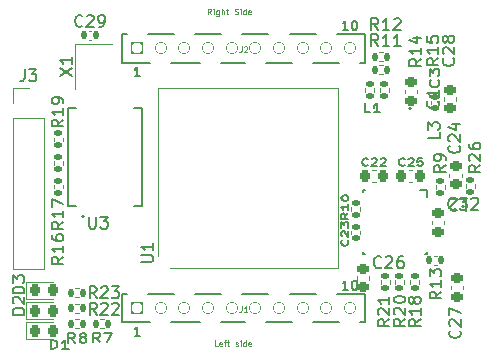
<source format=gto>
%TF.GenerationSoftware,KiCad,Pcbnew,6.0.11+dfsg-1*%
%TF.CreationDate,2026-01-09T13:48:00-05:00*%
%TF.ProjectId,Deck_FPGA,4465636b-5f46-4504-9741-2e6b69636164,rev?*%
%TF.SameCoordinates,Original*%
%TF.FileFunction,Legend,Top*%
%TF.FilePolarity,Positive*%
%FSLAX46Y46*%
G04 Gerber Fmt 4.6, Leading zero omitted, Abs format (unit mm)*
G04 Created by KiCad (PCBNEW 6.0.11+dfsg-1) date 2026-01-09 13:48:00*
%MOMM*%
%LPD*%
G01*
G04 APERTURE LIST*
G04 Aperture macros list*
%AMRoundRect*
0 Rectangle with rounded corners*
0 $1 Rounding radius*
0 $2 $3 $4 $5 $6 $7 $8 $9 X,Y pos of 4 corners*
0 Add a 4 corners polygon primitive as box body*
4,1,4,$2,$3,$4,$5,$6,$7,$8,$9,$2,$3,0*
0 Add four circle primitives for the rounded corners*
1,1,$1+$1,$2,$3*
1,1,$1+$1,$4,$5*
1,1,$1+$1,$6,$7*
1,1,$1+$1,$8,$9*
0 Add four rect primitives between the rounded corners*
20,1,$1+$1,$2,$3,$4,$5,0*
20,1,$1+$1,$4,$5,$6,$7,0*
20,1,$1+$1,$6,$7,$8,$9,0*
20,1,$1+$1,$8,$9,$2,$3,0*%
G04 Aperture macros list end*
%ADD10C,0.150000*%
%ADD11C,0.100000*%
%ADD12C,0.200000*%
%ADD13C,0.120000*%
%ADD14C,0.152400*%
%ADD15R,1.050000X1.050000*%
%ADD16C,1.050000*%
%ADD17RoundRect,0.225000X0.250000X-0.225000X0.250000X0.225000X-0.250000X0.225000X-0.250000X-0.225000X0*%
%ADD18RoundRect,0.135000X0.185000X-0.135000X0.185000X0.135000X-0.185000X0.135000X-0.185000X-0.135000X0*%
%ADD19R,1.803400X1.143000*%
%ADD20RoundRect,0.140000X-0.140000X-0.170000X0.140000X-0.170000X0.140000X0.170000X-0.140000X0.170000X0*%
%ADD21RoundRect,0.135000X0.135000X0.185000X-0.135000X0.185000X-0.135000X-0.185000X0.135000X-0.185000X0*%
%ADD22R,1.100000X1.300000*%
%ADD23RoundRect,0.225000X-0.250000X0.225000X-0.250000X-0.225000X0.250000X-0.225000X0.250000X0.225000X0*%
%ADD24RoundRect,0.225000X-0.225000X-0.250000X0.225000X-0.250000X0.225000X0.250000X-0.225000X0.250000X0*%
%ADD25R,1.700000X1.700000*%
%ADD26O,1.700000X1.700000*%
%ADD27RoundRect,0.218750X-0.218750X-0.256250X0.218750X-0.256250X0.218750X0.256250X-0.218750X0.256250X0*%
%ADD28RoundRect,0.135000X-0.185000X0.135000X-0.185000X-0.135000X0.185000X-0.135000X0.185000X0.135000X0*%
%ADD29RoundRect,0.140000X0.170000X-0.140000X0.170000X0.140000X-0.170000X0.140000X-0.170000X-0.140000X0*%
%ADD30O,0.200000X0.599999*%
%ADD31O,0.599999X0.200000*%
%ADD32R,3.500001X3.500001*%
%ADD33C,0.650000*%
%ADD34C,0.950000*%
%ADD35R,1.000000X1.600000*%
%ADD36RoundRect,0.140000X-0.170000X0.140000X-0.170000X-0.140000X0.170000X-0.140000X0.170000X0.140000X0*%
%ADD37RoundRect,0.135000X-0.135000X-0.185000X0.135000X-0.185000X0.135000X0.185000X-0.135000X0.185000X0*%
%ADD38RoundRect,0.225000X0.225000X0.250000X-0.225000X0.250000X-0.225000X-0.250000X0.225000X-0.250000X0*%
%ADD39R,0.406400X0.863600*%
%ADD40R,4.902200X4.749800*%
%ADD41C,0.500000*%
G04 APERTURE END LIST*
D10*
%TO.C,C1*%
X116427142Y-104466666D02*
X116474761Y-104514285D01*
X116522380Y-104657142D01*
X116522380Y-104752380D01*
X116474761Y-104895238D01*
X116379523Y-104990476D01*
X116284285Y-105038095D01*
X116093809Y-105085714D01*
X115950952Y-105085714D01*
X115760476Y-105038095D01*
X115665238Y-104990476D01*
X115570000Y-104895238D01*
X115522380Y-104752380D01*
X115522380Y-104657142D01*
X115570000Y-104514285D01*
X115617619Y-104466666D01*
X116522380Y-103514285D02*
X116522380Y-104085714D01*
X116522380Y-103800000D02*
X115522380Y-103800000D01*
X115665238Y-103895238D01*
X115760476Y-103990476D01*
X115808095Y-104085714D01*
%TO.C,R26*%
X120052380Y-109892857D02*
X119576190Y-110226190D01*
X120052380Y-110464285D02*
X119052380Y-110464285D01*
X119052380Y-110083333D01*
X119100000Y-109988095D01*
X119147619Y-109940476D01*
X119242857Y-109892857D01*
X119385714Y-109892857D01*
X119480952Y-109940476D01*
X119528571Y-109988095D01*
X119576190Y-110083333D01*
X119576190Y-110464285D01*
X119147619Y-109511904D02*
X119100000Y-109464285D01*
X119052380Y-109369047D01*
X119052380Y-109130952D01*
X119100000Y-109035714D01*
X119147619Y-108988095D01*
X119242857Y-108940476D01*
X119338095Y-108940476D01*
X119480952Y-108988095D01*
X120052380Y-109559523D01*
X120052380Y-108940476D01*
X119052380Y-108083333D02*
X119052380Y-108273809D01*
X119100000Y-108369047D01*
X119147619Y-108416666D01*
X119290476Y-108511904D01*
X119480952Y-108559523D01*
X119861904Y-108559523D01*
X119957142Y-108511904D01*
X120004761Y-108464285D01*
X120052380Y-108369047D01*
X120052380Y-108178571D01*
X120004761Y-108083333D01*
X119957142Y-108035714D01*
X119861904Y-107988095D01*
X119623809Y-107988095D01*
X119528571Y-108035714D01*
X119480952Y-108083333D01*
X119433333Y-108178571D01*
X119433333Y-108369047D01*
X119480952Y-108464285D01*
X119528571Y-108511904D01*
X119623809Y-108559523D01*
%TO.C,L2*%
X118366666Y-112747619D02*
X118842857Y-112747619D01*
X118842857Y-113747619D01*
X118080952Y-113652380D02*
X118033333Y-113700000D01*
X117938095Y-113747619D01*
X117700000Y-113747619D01*
X117604761Y-113700000D01*
X117557142Y-113652380D01*
X117509523Y-113557142D01*
X117509523Y-113461904D01*
X117557142Y-113319047D01*
X118128571Y-112747619D01*
X117509523Y-112747619D01*
%TO.C,C29*%
X86357142Y-98097142D02*
X86309523Y-98144761D01*
X86166666Y-98192380D01*
X86071428Y-98192380D01*
X85928571Y-98144761D01*
X85833333Y-98049523D01*
X85785714Y-97954285D01*
X85738095Y-97763809D01*
X85738095Y-97620952D01*
X85785714Y-97430476D01*
X85833333Y-97335238D01*
X85928571Y-97240000D01*
X86071428Y-97192380D01*
X86166666Y-97192380D01*
X86309523Y-97240000D01*
X86357142Y-97287619D01*
X86738095Y-97287619D02*
X86785714Y-97240000D01*
X86880952Y-97192380D01*
X87119047Y-97192380D01*
X87214285Y-97240000D01*
X87261904Y-97287619D01*
X87309523Y-97382857D01*
X87309523Y-97478095D01*
X87261904Y-97620952D01*
X86690476Y-98192380D01*
X87309523Y-98192380D01*
X87785714Y-98192380D02*
X87976190Y-98192380D01*
X88071428Y-98144761D01*
X88119047Y-98097142D01*
X88214285Y-97954285D01*
X88261904Y-97763809D01*
X88261904Y-97382857D01*
X88214285Y-97287619D01*
X88166666Y-97240000D01*
X88071428Y-97192380D01*
X87880952Y-97192380D01*
X87785714Y-97240000D01*
X87738095Y-97287619D01*
X87690476Y-97382857D01*
X87690476Y-97620952D01*
X87738095Y-97716190D01*
X87785714Y-97763809D01*
X87880952Y-97811428D01*
X88071428Y-97811428D01*
X88166666Y-97763809D01*
X88214285Y-97716190D01*
X88261904Y-97620952D01*
%TO.C,L1*%
X110733333Y-105411904D02*
X110257142Y-105411904D01*
X110257142Y-104611904D01*
X111590476Y-105411904D02*
X111019047Y-105411904D01*
X111304761Y-105411904D02*
X111304761Y-104611904D01*
X111209523Y-104726190D01*
X111114285Y-104802380D01*
X111019047Y-104840476D01*
%TO.C,R22*%
X87557142Y-122552380D02*
X87223809Y-122076190D01*
X86985714Y-122552380D02*
X86985714Y-121552380D01*
X87366666Y-121552380D01*
X87461904Y-121600000D01*
X87509523Y-121647619D01*
X87557142Y-121742857D01*
X87557142Y-121885714D01*
X87509523Y-121980952D01*
X87461904Y-122028571D01*
X87366666Y-122076190D01*
X86985714Y-122076190D01*
X87938095Y-121647619D02*
X87985714Y-121600000D01*
X88080952Y-121552380D01*
X88319047Y-121552380D01*
X88414285Y-121600000D01*
X88461904Y-121647619D01*
X88509523Y-121742857D01*
X88509523Y-121838095D01*
X88461904Y-121980952D01*
X87890476Y-122552380D01*
X88509523Y-122552380D01*
X88890476Y-121647619D02*
X88938095Y-121600000D01*
X89033333Y-121552380D01*
X89271428Y-121552380D01*
X89366666Y-121600000D01*
X89414285Y-121647619D01*
X89461904Y-121742857D01*
X89461904Y-121838095D01*
X89414285Y-121980952D01*
X88842857Y-122552380D01*
X89461904Y-122552380D01*
%TO.C,R20*%
X113702380Y-122892857D02*
X113226190Y-123226190D01*
X113702380Y-123464285D02*
X112702380Y-123464285D01*
X112702380Y-123083333D01*
X112750000Y-122988095D01*
X112797619Y-122940476D01*
X112892857Y-122892857D01*
X113035714Y-122892857D01*
X113130952Y-122940476D01*
X113178571Y-122988095D01*
X113226190Y-123083333D01*
X113226190Y-123464285D01*
X112797619Y-122511904D02*
X112750000Y-122464285D01*
X112702380Y-122369047D01*
X112702380Y-122130952D01*
X112750000Y-122035714D01*
X112797619Y-121988095D01*
X112892857Y-121940476D01*
X112988095Y-121940476D01*
X113130952Y-121988095D01*
X113702380Y-122559523D01*
X113702380Y-121940476D01*
X112702380Y-121321428D02*
X112702380Y-121226190D01*
X112750000Y-121130952D01*
X112797619Y-121083333D01*
X112892857Y-121035714D01*
X113083333Y-120988095D01*
X113321428Y-120988095D01*
X113511904Y-121035714D01*
X113607142Y-121083333D01*
X113654761Y-121130952D01*
X113702380Y-121226190D01*
X113702380Y-121321428D01*
X113654761Y-121416666D01*
X113607142Y-121464285D01*
X113511904Y-121511904D01*
X113321428Y-121559523D01*
X113083333Y-121559523D01*
X112892857Y-121511904D01*
X112797619Y-121464285D01*
X112750000Y-121416666D01*
X112702380Y-121321428D01*
%TO.C,C28*%
X117757142Y-100842857D02*
X117804761Y-100890476D01*
X117852380Y-101033333D01*
X117852380Y-101128571D01*
X117804761Y-101271428D01*
X117709523Y-101366666D01*
X117614285Y-101414285D01*
X117423809Y-101461904D01*
X117280952Y-101461904D01*
X117090476Y-101414285D01*
X116995238Y-101366666D01*
X116900000Y-101271428D01*
X116852380Y-101128571D01*
X116852380Y-101033333D01*
X116900000Y-100890476D01*
X116947619Y-100842857D01*
X116947619Y-100461904D02*
X116900000Y-100414285D01*
X116852380Y-100319047D01*
X116852380Y-100080952D01*
X116900000Y-99985714D01*
X116947619Y-99938095D01*
X117042857Y-99890476D01*
X117138095Y-99890476D01*
X117280952Y-99938095D01*
X117852380Y-100509523D01*
X117852380Y-99890476D01*
X117280952Y-99319047D02*
X117233333Y-99414285D01*
X117185714Y-99461904D01*
X117090476Y-99509523D01*
X117042857Y-99509523D01*
X116947619Y-99461904D01*
X116900000Y-99414285D01*
X116852380Y-99319047D01*
X116852380Y-99128571D01*
X116900000Y-99033333D01*
X116947619Y-98985714D01*
X117042857Y-98938095D01*
X117090476Y-98938095D01*
X117185714Y-98985714D01*
X117233333Y-99033333D01*
X117280952Y-99128571D01*
X117280952Y-99319047D01*
X117328571Y-99414285D01*
X117376190Y-99461904D01*
X117471428Y-99509523D01*
X117661904Y-99509523D01*
X117757142Y-99461904D01*
X117804761Y-99414285D01*
X117852380Y-99319047D01*
X117852380Y-99128571D01*
X117804761Y-99033333D01*
X117757142Y-98985714D01*
X117661904Y-98938095D01*
X117471428Y-98938095D01*
X117376190Y-98985714D01*
X117328571Y-99033333D01*
X117280952Y-99128571D01*
%TO.C,X1*%
X84452380Y-102309523D02*
X85452380Y-101642857D01*
X84452380Y-101642857D02*
X85452380Y-102309523D01*
X85452380Y-100738095D02*
X85452380Y-101309523D01*
X85452380Y-101023809D02*
X84452380Y-101023809D01*
X84595238Y-101119047D01*
X84690476Y-101214285D01*
X84738095Y-101309523D01*
%TO.C,C27*%
X118307142Y-123892857D02*
X118354761Y-123940476D01*
X118402380Y-124083333D01*
X118402380Y-124178571D01*
X118354761Y-124321428D01*
X118259523Y-124416666D01*
X118164285Y-124464285D01*
X117973809Y-124511904D01*
X117830952Y-124511904D01*
X117640476Y-124464285D01*
X117545238Y-124416666D01*
X117450000Y-124321428D01*
X117402380Y-124178571D01*
X117402380Y-124083333D01*
X117450000Y-123940476D01*
X117497619Y-123892857D01*
X117497619Y-123511904D02*
X117450000Y-123464285D01*
X117402380Y-123369047D01*
X117402380Y-123130952D01*
X117450000Y-123035714D01*
X117497619Y-122988095D01*
X117592857Y-122940476D01*
X117688095Y-122940476D01*
X117830952Y-122988095D01*
X118402380Y-123559523D01*
X118402380Y-122940476D01*
X117402380Y-122607142D02*
X117402380Y-121940476D01*
X118402380Y-122369047D01*
%TO.C,R15*%
X116502380Y-100842857D02*
X116026190Y-101176190D01*
X116502380Y-101414285D02*
X115502380Y-101414285D01*
X115502380Y-101033333D01*
X115550000Y-100938095D01*
X115597619Y-100890476D01*
X115692857Y-100842857D01*
X115835714Y-100842857D01*
X115930952Y-100890476D01*
X115978571Y-100938095D01*
X116026190Y-101033333D01*
X116026190Y-101414285D01*
X116502380Y-99890476D02*
X116502380Y-100461904D01*
X116502380Y-100176190D02*
X115502380Y-100176190D01*
X115645238Y-100271428D01*
X115740476Y-100366666D01*
X115788095Y-100461904D01*
X115502380Y-98985714D02*
X115502380Y-99461904D01*
X115978571Y-99509523D01*
X115930952Y-99461904D01*
X115883333Y-99366666D01*
X115883333Y-99128571D01*
X115930952Y-99033333D01*
X115978571Y-98985714D01*
X116073809Y-98938095D01*
X116311904Y-98938095D01*
X116407142Y-98985714D01*
X116454761Y-99033333D01*
X116502380Y-99128571D01*
X116502380Y-99366666D01*
X116454761Y-99461904D01*
X116407142Y-99509523D01*
%TO.C,C25*%
X113635714Y-109864285D02*
X113597619Y-109892857D01*
X113483333Y-109921428D01*
X113407142Y-109921428D01*
X113292857Y-109892857D01*
X113216666Y-109835714D01*
X113178571Y-109778571D01*
X113140476Y-109664285D01*
X113140476Y-109578571D01*
X113178571Y-109464285D01*
X113216666Y-109407142D01*
X113292857Y-109350000D01*
X113407142Y-109321428D01*
X113483333Y-109321428D01*
X113597619Y-109350000D01*
X113635714Y-109378571D01*
X113940476Y-109378571D02*
X113978571Y-109350000D01*
X114054761Y-109321428D01*
X114245238Y-109321428D01*
X114321428Y-109350000D01*
X114359523Y-109378571D01*
X114397619Y-109435714D01*
X114397619Y-109492857D01*
X114359523Y-109578571D01*
X113902380Y-109921428D01*
X114397619Y-109921428D01*
X115121428Y-109321428D02*
X114740476Y-109321428D01*
X114702380Y-109607142D01*
X114740476Y-109578571D01*
X114816666Y-109550000D01*
X115007142Y-109550000D01*
X115083333Y-109578571D01*
X115121428Y-109607142D01*
X115159523Y-109664285D01*
X115159523Y-109807142D01*
X115121428Y-109864285D01*
X115083333Y-109892857D01*
X115007142Y-109921428D01*
X114816666Y-109921428D01*
X114740476Y-109892857D01*
X114702380Y-109864285D01*
%TO.C,J3*%
X81466666Y-101772380D02*
X81466666Y-102486666D01*
X81419047Y-102629523D01*
X81323809Y-102724761D01*
X81180952Y-102772380D01*
X81085714Y-102772380D01*
X81847619Y-101772380D02*
X82466666Y-101772380D01*
X82133333Y-102153333D01*
X82276190Y-102153333D01*
X82371428Y-102200952D01*
X82419047Y-102248571D01*
X82466666Y-102343809D01*
X82466666Y-102581904D01*
X82419047Y-102677142D01*
X82371428Y-102724761D01*
X82276190Y-102772380D01*
X81990476Y-102772380D01*
X81895238Y-102724761D01*
X81847619Y-102677142D01*
%TO.C,D1*%
X83661904Y-125416666D02*
X83661904Y-124716666D01*
X83900000Y-124716666D01*
X84042857Y-124750000D01*
X84138095Y-124816666D01*
X84185714Y-124883333D01*
X84233333Y-125016666D01*
X84233333Y-125116666D01*
X84185714Y-125250000D01*
X84138095Y-125316666D01*
X84042857Y-125383333D01*
X83900000Y-125416666D01*
X83661904Y-125416666D01*
X85185714Y-125416666D02*
X84614285Y-125416666D01*
X84900000Y-125416666D02*
X84900000Y-124716666D01*
X84804761Y-124816666D01*
X84709523Y-124883333D01*
X84614285Y-124916666D01*
%TO.C,C32*%
X117957142Y-113557142D02*
X117909523Y-113604761D01*
X117766666Y-113652380D01*
X117671428Y-113652380D01*
X117528571Y-113604761D01*
X117433333Y-113509523D01*
X117385714Y-113414285D01*
X117338095Y-113223809D01*
X117338095Y-113080952D01*
X117385714Y-112890476D01*
X117433333Y-112795238D01*
X117528571Y-112700000D01*
X117671428Y-112652380D01*
X117766666Y-112652380D01*
X117909523Y-112700000D01*
X117957142Y-112747619D01*
X118290476Y-112652380D02*
X118909523Y-112652380D01*
X118576190Y-113033333D01*
X118719047Y-113033333D01*
X118814285Y-113080952D01*
X118861904Y-113128571D01*
X118909523Y-113223809D01*
X118909523Y-113461904D01*
X118861904Y-113557142D01*
X118814285Y-113604761D01*
X118719047Y-113652380D01*
X118433333Y-113652380D01*
X118338095Y-113604761D01*
X118290476Y-113557142D01*
X119290476Y-112747619D02*
X119338095Y-112700000D01*
X119433333Y-112652380D01*
X119671428Y-112652380D01*
X119766666Y-112700000D01*
X119814285Y-112747619D01*
X119861904Y-112842857D01*
X119861904Y-112938095D01*
X119814285Y-113080952D01*
X119242857Y-113652380D01*
X119861904Y-113652380D01*
%TO.C,R16*%
X84752380Y-117642857D02*
X84276190Y-117976190D01*
X84752380Y-118214285D02*
X83752380Y-118214285D01*
X83752380Y-117833333D01*
X83800000Y-117738095D01*
X83847619Y-117690476D01*
X83942857Y-117642857D01*
X84085714Y-117642857D01*
X84180952Y-117690476D01*
X84228571Y-117738095D01*
X84276190Y-117833333D01*
X84276190Y-118214285D01*
X84752380Y-116690476D02*
X84752380Y-117261904D01*
X84752380Y-116976190D02*
X83752380Y-116976190D01*
X83895238Y-117071428D01*
X83990476Y-117166666D01*
X84038095Y-117261904D01*
X83752380Y-115833333D02*
X83752380Y-116023809D01*
X83800000Y-116119047D01*
X83847619Y-116166666D01*
X83990476Y-116261904D01*
X84180952Y-116309523D01*
X84561904Y-116309523D01*
X84657142Y-116261904D01*
X84704761Y-116214285D01*
X84752380Y-116119047D01*
X84752380Y-115928571D01*
X84704761Y-115833333D01*
X84657142Y-115785714D01*
X84561904Y-115738095D01*
X84323809Y-115738095D01*
X84228571Y-115785714D01*
X84180952Y-115833333D01*
X84133333Y-115928571D01*
X84133333Y-116119047D01*
X84180952Y-116214285D01*
X84228571Y-116261904D01*
X84323809Y-116309523D01*
%TO.C,C3*%
X116485714Y-102666666D02*
X116523809Y-102714285D01*
X116561904Y-102857142D01*
X116561904Y-102952380D01*
X116523809Y-103095238D01*
X116447619Y-103190476D01*
X116371428Y-103238095D01*
X116219047Y-103285714D01*
X116104761Y-103285714D01*
X115952380Y-103238095D01*
X115876190Y-103190476D01*
X115800000Y-103095238D01*
X115761904Y-102952380D01*
X115761904Y-102857142D01*
X115800000Y-102714285D01*
X115838095Y-102666666D01*
X115761904Y-102333333D02*
X115761904Y-101714285D01*
X116066666Y-102047619D01*
X116066666Y-101904761D01*
X116104761Y-101809523D01*
X116142857Y-101761904D01*
X116219047Y-101714285D01*
X116409523Y-101714285D01*
X116485714Y-101761904D01*
X116523809Y-101809523D01*
X116561904Y-101904761D01*
X116561904Y-102190476D01*
X116523809Y-102285714D01*
X116485714Y-102333333D01*
%TO.C,U2*%
X113347616Y-113938095D02*
X112538092Y-113938095D01*
X112442854Y-113985714D01*
X112395235Y-114033333D01*
X112347616Y-114128571D01*
X112347616Y-114319047D01*
X112395235Y-114414285D01*
X112442854Y-114461904D01*
X112538092Y-114509523D01*
X113347616Y-114509523D01*
X113252377Y-114938095D02*
X113299997Y-114985714D01*
X113347616Y-115080952D01*
X113347616Y-115319047D01*
X113299997Y-115414285D01*
X113252377Y-115461904D01*
X113157139Y-115509523D01*
X113061901Y-115509523D01*
X112919044Y-115461904D01*
X112347616Y-114890476D01*
X112347616Y-115509523D01*
D11*
%TO.C,J1*%
X99833333Y-121826190D02*
X99833333Y-122183333D01*
X99809523Y-122254761D01*
X99761904Y-122302380D01*
X99690476Y-122326190D01*
X99642857Y-122326190D01*
X100333333Y-122326190D02*
X100047619Y-122326190D01*
X100190476Y-122326190D02*
X100190476Y-121826190D01*
X100142857Y-121897619D01*
X100095238Y-121945238D01*
X100047619Y-121969047D01*
X97802380Y-125226190D02*
X97564285Y-125226190D01*
X97564285Y-124726190D01*
X98159523Y-125202380D02*
X98111904Y-125226190D01*
X98016666Y-125226190D01*
X97969047Y-125202380D01*
X97945238Y-125154761D01*
X97945238Y-124964285D01*
X97969047Y-124916666D01*
X98016666Y-124892857D01*
X98111904Y-124892857D01*
X98159523Y-124916666D01*
X98183333Y-124964285D01*
X98183333Y-125011904D01*
X97945238Y-125059523D01*
X98326190Y-124892857D02*
X98516666Y-124892857D01*
X98397619Y-125226190D02*
X98397619Y-124797619D01*
X98421428Y-124750000D01*
X98469047Y-124726190D01*
X98516666Y-124726190D01*
X98611904Y-124892857D02*
X98802380Y-124892857D01*
X98683333Y-124726190D02*
X98683333Y-125154761D01*
X98707142Y-125202380D01*
X98754761Y-125226190D01*
X98802380Y-125226190D01*
X99326190Y-125202380D02*
X99373809Y-125226190D01*
X99469047Y-125226190D01*
X99516666Y-125202380D01*
X99540476Y-125154761D01*
X99540476Y-125130952D01*
X99516666Y-125083333D01*
X99469047Y-125059523D01*
X99397619Y-125059523D01*
X99350000Y-125035714D01*
X99326190Y-124988095D01*
X99326190Y-124964285D01*
X99350000Y-124916666D01*
X99397619Y-124892857D01*
X99469047Y-124892857D01*
X99516666Y-124916666D01*
X99754761Y-125226190D02*
X99754761Y-124892857D01*
X99754761Y-124726190D02*
X99730952Y-124750000D01*
X99754761Y-124773809D01*
X99778571Y-124750000D01*
X99754761Y-124726190D01*
X99754761Y-124773809D01*
X100207142Y-125226190D02*
X100207142Y-124726190D01*
X100207142Y-125202380D02*
X100159523Y-125226190D01*
X100064285Y-125226190D01*
X100016666Y-125202380D01*
X99992857Y-125178571D01*
X99969047Y-125130952D01*
X99969047Y-124988095D01*
X99992857Y-124940476D01*
X100016666Y-124916666D01*
X100064285Y-124892857D01*
X100159523Y-124892857D01*
X100207142Y-124916666D01*
X100635714Y-125202380D02*
X100588095Y-125226190D01*
X100492857Y-125226190D01*
X100445238Y-125202380D01*
X100421428Y-125154761D01*
X100421428Y-124964285D01*
X100445238Y-124916666D01*
X100492857Y-124892857D01*
X100588095Y-124892857D01*
X100635714Y-124916666D01*
X100659523Y-124964285D01*
X100659523Y-125011904D01*
X100421428Y-125059523D01*
D12*
X108847619Y-120461904D02*
X108390476Y-120461904D01*
X108619047Y-120461904D02*
X108619047Y-119661904D01*
X108542857Y-119776190D01*
X108466666Y-119852380D01*
X108390476Y-119890476D01*
X109342857Y-119661904D02*
X109419047Y-119661904D01*
X109495238Y-119700000D01*
X109533333Y-119738095D01*
X109571428Y-119814285D01*
X109609523Y-119966666D01*
X109609523Y-120157142D01*
X109571428Y-120309523D01*
X109533333Y-120385714D01*
X109495238Y-120423809D01*
X109419047Y-120461904D01*
X109342857Y-120461904D01*
X109266666Y-120423809D01*
X109228571Y-120385714D01*
X109190476Y-120309523D01*
X109152380Y-120157142D01*
X109152380Y-119966666D01*
X109190476Y-119814285D01*
X109228571Y-119738095D01*
X109266666Y-119700000D01*
X109342857Y-119661904D01*
X91228571Y-124361904D02*
X90771428Y-124361904D01*
X91000000Y-124361904D02*
X91000000Y-123561904D01*
X90923809Y-123676190D01*
X90847619Y-123752380D01*
X90771428Y-123790476D01*
D10*
%TO.C,C23*%
X108814285Y-116214285D02*
X108842857Y-116252380D01*
X108871428Y-116366666D01*
X108871428Y-116442857D01*
X108842857Y-116557142D01*
X108785714Y-116633333D01*
X108728571Y-116671428D01*
X108614285Y-116709523D01*
X108528571Y-116709523D01*
X108414285Y-116671428D01*
X108357142Y-116633333D01*
X108300000Y-116557142D01*
X108271428Y-116442857D01*
X108271428Y-116366666D01*
X108300000Y-116252380D01*
X108328571Y-116214285D01*
X108328571Y-115909523D02*
X108300000Y-115871428D01*
X108271428Y-115795238D01*
X108271428Y-115604761D01*
X108300000Y-115528571D01*
X108328571Y-115490476D01*
X108385714Y-115452380D01*
X108442857Y-115452380D01*
X108528571Y-115490476D01*
X108871428Y-115947619D01*
X108871428Y-115452380D01*
X108271428Y-115185714D02*
X108271428Y-114690476D01*
X108500000Y-114957142D01*
X108500000Y-114842857D01*
X108528571Y-114766666D01*
X108557142Y-114728571D01*
X108614285Y-114690476D01*
X108757142Y-114690476D01*
X108814285Y-114728571D01*
X108842857Y-114766666D01*
X108871428Y-114842857D01*
X108871428Y-115071428D01*
X108842857Y-115147619D01*
X108814285Y-115185714D01*
%TO.C,R10*%
X108871428Y-113964285D02*
X108585714Y-114230952D01*
X108871428Y-114421428D02*
X108271428Y-114421428D01*
X108271428Y-114116666D01*
X108300000Y-114040476D01*
X108328571Y-114002380D01*
X108385714Y-113964285D01*
X108471428Y-113964285D01*
X108528571Y-114002380D01*
X108557142Y-114040476D01*
X108585714Y-114116666D01*
X108585714Y-114421428D01*
X108871428Y-113202380D02*
X108871428Y-113659523D01*
X108871428Y-113430952D02*
X108271428Y-113430952D01*
X108357142Y-113507142D01*
X108414285Y-113583333D01*
X108442857Y-113659523D01*
X108271428Y-112707142D02*
X108271428Y-112630952D01*
X108300000Y-112554761D01*
X108328571Y-112516666D01*
X108385714Y-112478571D01*
X108500000Y-112440476D01*
X108642857Y-112440476D01*
X108757142Y-112478571D01*
X108814285Y-112516666D01*
X108842857Y-112554761D01*
X108871428Y-112630952D01*
X108871428Y-112707142D01*
X108842857Y-112783333D01*
X108814285Y-112821428D01*
X108757142Y-112859523D01*
X108642857Y-112897619D01*
X108500000Y-112897619D01*
X108385714Y-112859523D01*
X108328571Y-112821428D01*
X108300000Y-112783333D01*
X108271428Y-112707142D01*
%TO.C,R9*%
X117102380Y-109916666D02*
X116626190Y-110250000D01*
X117102380Y-110488095D02*
X116102380Y-110488095D01*
X116102380Y-110107142D01*
X116150000Y-110011904D01*
X116197619Y-109964285D01*
X116292857Y-109916666D01*
X116435714Y-109916666D01*
X116530952Y-109964285D01*
X116578571Y-110011904D01*
X116626190Y-110107142D01*
X116626190Y-110488095D01*
X117102380Y-109440476D02*
X117102380Y-109250000D01*
X117054761Y-109154761D01*
X117007142Y-109107142D01*
X116864285Y-109011904D01*
X116673809Y-108964285D01*
X116292857Y-108964285D01*
X116197619Y-109011904D01*
X116150000Y-109059523D01*
X116102380Y-109154761D01*
X116102380Y-109345238D01*
X116150000Y-109440476D01*
X116197619Y-109488095D01*
X116292857Y-109535714D01*
X116530952Y-109535714D01*
X116626190Y-109488095D01*
X116673809Y-109440476D01*
X116721428Y-109345238D01*
X116721428Y-109154761D01*
X116673809Y-109059523D01*
X116626190Y-109011904D01*
X116530952Y-108964285D01*
%TO.C,C26*%
X111657142Y-118507142D02*
X111609523Y-118554761D01*
X111466666Y-118602380D01*
X111371428Y-118602380D01*
X111228571Y-118554761D01*
X111133333Y-118459523D01*
X111085714Y-118364285D01*
X111038095Y-118173809D01*
X111038095Y-118030952D01*
X111085714Y-117840476D01*
X111133333Y-117745238D01*
X111228571Y-117650000D01*
X111371428Y-117602380D01*
X111466666Y-117602380D01*
X111609523Y-117650000D01*
X111657142Y-117697619D01*
X112038095Y-117697619D02*
X112085714Y-117650000D01*
X112180952Y-117602380D01*
X112419047Y-117602380D01*
X112514285Y-117650000D01*
X112561904Y-117697619D01*
X112609523Y-117792857D01*
X112609523Y-117888095D01*
X112561904Y-118030952D01*
X111990476Y-118602380D01*
X112609523Y-118602380D01*
X113466666Y-117602380D02*
X113276190Y-117602380D01*
X113180952Y-117650000D01*
X113133333Y-117697619D01*
X113038095Y-117840476D01*
X112990476Y-118030952D01*
X112990476Y-118411904D01*
X113038095Y-118507142D01*
X113085714Y-118554761D01*
X113180952Y-118602380D01*
X113371428Y-118602380D01*
X113466666Y-118554761D01*
X113514285Y-118507142D01*
X113561904Y-118411904D01*
X113561904Y-118173809D01*
X113514285Y-118078571D01*
X113466666Y-118030952D01*
X113371428Y-117983333D01*
X113180952Y-117983333D01*
X113085714Y-118030952D01*
X113038095Y-118078571D01*
X112990476Y-118173809D01*
%TO.C,R18*%
X115002380Y-122942857D02*
X114526190Y-123276190D01*
X115002380Y-123514285D02*
X114002380Y-123514285D01*
X114002380Y-123133333D01*
X114050000Y-123038095D01*
X114097619Y-122990476D01*
X114192857Y-122942857D01*
X114335714Y-122942857D01*
X114430952Y-122990476D01*
X114478571Y-123038095D01*
X114526190Y-123133333D01*
X114526190Y-123514285D01*
X115002380Y-121990476D02*
X115002380Y-122561904D01*
X115002380Y-122276190D02*
X114002380Y-122276190D01*
X114145238Y-122371428D01*
X114240476Y-122466666D01*
X114288095Y-122561904D01*
X114430952Y-121419047D02*
X114383333Y-121514285D01*
X114335714Y-121561904D01*
X114240476Y-121609523D01*
X114192857Y-121609523D01*
X114097619Y-121561904D01*
X114050000Y-121514285D01*
X114002380Y-121419047D01*
X114002380Y-121228571D01*
X114050000Y-121133333D01*
X114097619Y-121085714D01*
X114192857Y-121038095D01*
X114240476Y-121038095D01*
X114335714Y-121085714D01*
X114383333Y-121133333D01*
X114430952Y-121228571D01*
X114430952Y-121419047D01*
X114478571Y-121514285D01*
X114526190Y-121561904D01*
X114621428Y-121609523D01*
X114811904Y-121609523D01*
X114907142Y-121561904D01*
X114954761Y-121514285D01*
X115002380Y-121419047D01*
X115002380Y-121228571D01*
X114954761Y-121133333D01*
X114907142Y-121085714D01*
X114811904Y-121038095D01*
X114621428Y-121038095D01*
X114526190Y-121085714D01*
X114478571Y-121133333D01*
X114430952Y-121228571D01*
%TO.C,R17*%
X84752380Y-114692857D02*
X84276190Y-115026190D01*
X84752380Y-115264285D02*
X83752380Y-115264285D01*
X83752380Y-114883333D01*
X83800000Y-114788095D01*
X83847619Y-114740476D01*
X83942857Y-114692857D01*
X84085714Y-114692857D01*
X84180952Y-114740476D01*
X84228571Y-114788095D01*
X84276190Y-114883333D01*
X84276190Y-115264285D01*
X84752380Y-113740476D02*
X84752380Y-114311904D01*
X84752380Y-114026190D02*
X83752380Y-114026190D01*
X83895238Y-114121428D01*
X83990476Y-114216666D01*
X84038095Y-114311904D01*
X83752380Y-113407142D02*
X83752380Y-112740476D01*
X84752380Y-113169047D01*
D11*
%TO.C,J2*%
X99833333Y-99826190D02*
X99833333Y-100183333D01*
X99809523Y-100254761D01*
X99761904Y-100302380D01*
X99690476Y-100326190D01*
X99642857Y-100326190D01*
X100047619Y-99873809D02*
X100071428Y-99850000D01*
X100119047Y-99826190D01*
X100238095Y-99826190D01*
X100285714Y-99850000D01*
X100309523Y-99873809D01*
X100333333Y-99921428D01*
X100333333Y-99969047D01*
X100309523Y-100040476D01*
X100023809Y-100326190D01*
X100333333Y-100326190D01*
X97252380Y-97126190D02*
X97085714Y-96888095D01*
X96966666Y-97126190D02*
X96966666Y-96626190D01*
X97157142Y-96626190D01*
X97204761Y-96650000D01*
X97228571Y-96673809D01*
X97252380Y-96721428D01*
X97252380Y-96792857D01*
X97228571Y-96840476D01*
X97204761Y-96864285D01*
X97157142Y-96888095D01*
X96966666Y-96888095D01*
X97466666Y-97126190D02*
X97466666Y-96792857D01*
X97466666Y-96626190D02*
X97442857Y-96650000D01*
X97466666Y-96673809D01*
X97490476Y-96650000D01*
X97466666Y-96626190D01*
X97466666Y-96673809D01*
X97919047Y-96792857D02*
X97919047Y-97197619D01*
X97895238Y-97245238D01*
X97871428Y-97269047D01*
X97823809Y-97292857D01*
X97752380Y-97292857D01*
X97704761Y-97269047D01*
X97919047Y-97102380D02*
X97871428Y-97126190D01*
X97776190Y-97126190D01*
X97728571Y-97102380D01*
X97704761Y-97078571D01*
X97680952Y-97030952D01*
X97680952Y-96888095D01*
X97704761Y-96840476D01*
X97728571Y-96816666D01*
X97776190Y-96792857D01*
X97871428Y-96792857D01*
X97919047Y-96816666D01*
X98157142Y-97126190D02*
X98157142Y-96626190D01*
X98371428Y-97126190D02*
X98371428Y-96864285D01*
X98347619Y-96816666D01*
X98300000Y-96792857D01*
X98228571Y-96792857D01*
X98180952Y-96816666D01*
X98157142Y-96840476D01*
X98538095Y-96792857D02*
X98728571Y-96792857D01*
X98609523Y-96626190D02*
X98609523Y-97054761D01*
X98633333Y-97102380D01*
X98680952Y-97126190D01*
X98728571Y-97126190D01*
X99252380Y-97102380D02*
X99323809Y-97126190D01*
X99442857Y-97126190D01*
X99490476Y-97102380D01*
X99514285Y-97078571D01*
X99538095Y-97030952D01*
X99538095Y-96983333D01*
X99514285Y-96935714D01*
X99490476Y-96911904D01*
X99442857Y-96888095D01*
X99347619Y-96864285D01*
X99300000Y-96840476D01*
X99276190Y-96816666D01*
X99252380Y-96769047D01*
X99252380Y-96721428D01*
X99276190Y-96673809D01*
X99300000Y-96650000D01*
X99347619Y-96626190D01*
X99466666Y-96626190D01*
X99538095Y-96650000D01*
X99752380Y-97126190D02*
X99752380Y-96792857D01*
X99752380Y-96626190D02*
X99728571Y-96650000D01*
X99752380Y-96673809D01*
X99776190Y-96650000D01*
X99752380Y-96626190D01*
X99752380Y-96673809D01*
X100204761Y-97126190D02*
X100204761Y-96626190D01*
X100204761Y-97102380D02*
X100157142Y-97126190D01*
X100061904Y-97126190D01*
X100014285Y-97102380D01*
X99990476Y-97078571D01*
X99966666Y-97030952D01*
X99966666Y-96888095D01*
X99990476Y-96840476D01*
X100014285Y-96816666D01*
X100061904Y-96792857D01*
X100157142Y-96792857D01*
X100204761Y-96816666D01*
X100633333Y-97102380D02*
X100585714Y-97126190D01*
X100490476Y-97126190D01*
X100442857Y-97102380D01*
X100419047Y-97054761D01*
X100419047Y-96864285D01*
X100442857Y-96816666D01*
X100490476Y-96792857D01*
X100585714Y-96792857D01*
X100633333Y-96816666D01*
X100657142Y-96864285D01*
X100657142Y-96911904D01*
X100419047Y-96959523D01*
D12*
X91228571Y-102361904D02*
X90771428Y-102361904D01*
X91000000Y-102361904D02*
X91000000Y-101561904D01*
X90923809Y-101676190D01*
X90847619Y-101752380D01*
X90771428Y-101790476D01*
X108847619Y-98461904D02*
X108390476Y-98461904D01*
X108619047Y-98461904D02*
X108619047Y-97661904D01*
X108542857Y-97776190D01*
X108466666Y-97852380D01*
X108390476Y-97890476D01*
X109342857Y-97661904D02*
X109419047Y-97661904D01*
X109495238Y-97700000D01*
X109533333Y-97738095D01*
X109571428Y-97814285D01*
X109609523Y-97966666D01*
X109609523Y-98157142D01*
X109571428Y-98309523D01*
X109533333Y-98385714D01*
X109495238Y-98423809D01*
X109419047Y-98461904D01*
X109342857Y-98461904D01*
X109266666Y-98423809D01*
X109228571Y-98385714D01*
X109190476Y-98309523D01*
X109152380Y-98157142D01*
X109152380Y-97966666D01*
X109190476Y-97814285D01*
X109228571Y-97738095D01*
X109266666Y-97700000D01*
X109342857Y-97661904D01*
D10*
%TO.C,R13*%
X116752380Y-120592857D02*
X116276190Y-120926190D01*
X116752380Y-121164285D02*
X115752380Y-121164285D01*
X115752380Y-120783333D01*
X115800000Y-120688095D01*
X115847619Y-120640476D01*
X115942857Y-120592857D01*
X116085714Y-120592857D01*
X116180952Y-120640476D01*
X116228571Y-120688095D01*
X116276190Y-120783333D01*
X116276190Y-121164285D01*
X116752380Y-119640476D02*
X116752380Y-120211904D01*
X116752380Y-119926190D02*
X115752380Y-119926190D01*
X115895238Y-120021428D01*
X115990476Y-120116666D01*
X116038095Y-120211904D01*
X115752380Y-119307142D02*
X115752380Y-118688095D01*
X116133333Y-119021428D01*
X116133333Y-118878571D01*
X116180952Y-118783333D01*
X116228571Y-118735714D01*
X116323809Y-118688095D01*
X116561904Y-118688095D01*
X116657142Y-118735714D01*
X116704761Y-118783333D01*
X116752380Y-118878571D01*
X116752380Y-119164285D01*
X116704761Y-119259523D01*
X116657142Y-119307142D01*
%TO.C,R7*%
X87833333Y-124861904D02*
X87500000Y-124480952D01*
X87261904Y-124861904D02*
X87261904Y-124061904D01*
X87642857Y-124061904D01*
X87738095Y-124100000D01*
X87785714Y-124138095D01*
X87833333Y-124214285D01*
X87833333Y-124328571D01*
X87785714Y-124404761D01*
X87738095Y-124442857D01*
X87642857Y-124480952D01*
X87261904Y-124480952D01*
X88166666Y-124061904D02*
X88833333Y-124061904D01*
X88404761Y-124861904D01*
%TO.C,C22*%
X110535714Y-109864285D02*
X110497619Y-109892857D01*
X110383333Y-109921428D01*
X110307142Y-109921428D01*
X110192857Y-109892857D01*
X110116666Y-109835714D01*
X110078571Y-109778571D01*
X110040476Y-109664285D01*
X110040476Y-109578571D01*
X110078571Y-109464285D01*
X110116666Y-109407142D01*
X110192857Y-109350000D01*
X110307142Y-109321428D01*
X110383333Y-109321428D01*
X110497619Y-109350000D01*
X110535714Y-109378571D01*
X110840476Y-109378571D02*
X110878571Y-109350000D01*
X110954761Y-109321428D01*
X111145238Y-109321428D01*
X111221428Y-109350000D01*
X111259523Y-109378571D01*
X111297619Y-109435714D01*
X111297619Y-109492857D01*
X111259523Y-109578571D01*
X110802380Y-109921428D01*
X111297619Y-109921428D01*
X111602380Y-109378571D02*
X111640476Y-109350000D01*
X111716666Y-109321428D01*
X111907142Y-109321428D01*
X111983333Y-109350000D01*
X112021428Y-109378571D01*
X112059523Y-109435714D01*
X112059523Y-109492857D01*
X112021428Y-109578571D01*
X111564285Y-109921428D01*
X112059523Y-109921428D01*
%TO.C,R19*%
X84752380Y-106042857D02*
X84276190Y-106376190D01*
X84752380Y-106614285D02*
X83752380Y-106614285D01*
X83752380Y-106233333D01*
X83800000Y-106138095D01*
X83847619Y-106090476D01*
X83942857Y-106042857D01*
X84085714Y-106042857D01*
X84180952Y-106090476D01*
X84228571Y-106138095D01*
X84276190Y-106233333D01*
X84276190Y-106614285D01*
X84752380Y-105090476D02*
X84752380Y-105661904D01*
X84752380Y-105376190D02*
X83752380Y-105376190D01*
X83895238Y-105471428D01*
X83990476Y-105566666D01*
X84038095Y-105661904D01*
X84752380Y-104614285D02*
X84752380Y-104423809D01*
X84704761Y-104328571D01*
X84657142Y-104280952D01*
X84514285Y-104185714D01*
X84323809Y-104138095D01*
X83942857Y-104138095D01*
X83847619Y-104185714D01*
X83800000Y-104233333D01*
X83752380Y-104328571D01*
X83752380Y-104519047D01*
X83800000Y-104614285D01*
X83847619Y-104661904D01*
X83942857Y-104709523D01*
X84180952Y-104709523D01*
X84276190Y-104661904D01*
X84323809Y-104614285D01*
X84371428Y-104519047D01*
X84371428Y-104328571D01*
X84323809Y-104233333D01*
X84276190Y-104185714D01*
X84180952Y-104138095D01*
%TO.C,D3*%
X81452380Y-120738095D02*
X80452380Y-120738095D01*
X80452380Y-120500000D01*
X80500000Y-120357142D01*
X80595238Y-120261904D01*
X80690476Y-120214285D01*
X80880952Y-120166666D01*
X81023809Y-120166666D01*
X81214285Y-120214285D01*
X81309523Y-120261904D01*
X81404761Y-120357142D01*
X81452380Y-120500000D01*
X81452380Y-120738095D01*
X80452380Y-119833333D02*
X80452380Y-119214285D01*
X80833333Y-119547619D01*
X80833333Y-119404761D01*
X80880952Y-119309523D01*
X80928571Y-119261904D01*
X81023809Y-119214285D01*
X81261904Y-119214285D01*
X81357142Y-119261904D01*
X81404761Y-119309523D01*
X81452380Y-119404761D01*
X81452380Y-119690476D01*
X81404761Y-119785714D01*
X81357142Y-119833333D01*
%TO.C,R21*%
X112352380Y-122942857D02*
X111876190Y-123276190D01*
X112352380Y-123514285D02*
X111352380Y-123514285D01*
X111352380Y-123133333D01*
X111400000Y-123038095D01*
X111447619Y-122990476D01*
X111542857Y-122942857D01*
X111685714Y-122942857D01*
X111780952Y-122990476D01*
X111828571Y-123038095D01*
X111876190Y-123133333D01*
X111876190Y-123514285D01*
X111447619Y-122561904D02*
X111400000Y-122514285D01*
X111352380Y-122419047D01*
X111352380Y-122180952D01*
X111400000Y-122085714D01*
X111447619Y-122038095D01*
X111542857Y-121990476D01*
X111638095Y-121990476D01*
X111780952Y-122038095D01*
X112352380Y-122609523D01*
X112352380Y-121990476D01*
X112352380Y-121038095D02*
X112352380Y-121609523D01*
X112352380Y-121323809D02*
X111352380Y-121323809D01*
X111495238Y-121419047D01*
X111590476Y-121514285D01*
X111638095Y-121609523D01*
%TO.C,D2*%
X81452380Y-122538095D02*
X80452380Y-122538095D01*
X80452380Y-122300000D01*
X80500000Y-122157142D01*
X80595238Y-122061904D01*
X80690476Y-122014285D01*
X80880952Y-121966666D01*
X81023809Y-121966666D01*
X81214285Y-122014285D01*
X81309523Y-122061904D01*
X81404761Y-122157142D01*
X81452380Y-122300000D01*
X81452380Y-122538095D01*
X80547619Y-121585714D02*
X80500000Y-121538095D01*
X80452380Y-121442857D01*
X80452380Y-121204761D01*
X80500000Y-121109523D01*
X80547619Y-121061904D01*
X80642857Y-121014285D01*
X80738095Y-121014285D01*
X80880952Y-121061904D01*
X81452380Y-121633333D01*
X81452380Y-121014285D01*
%TO.C,R12*%
X111407142Y-98452380D02*
X111073809Y-97976190D01*
X110835714Y-98452380D02*
X110835714Y-97452380D01*
X111216666Y-97452380D01*
X111311904Y-97500000D01*
X111359523Y-97547619D01*
X111407142Y-97642857D01*
X111407142Y-97785714D01*
X111359523Y-97880952D01*
X111311904Y-97928571D01*
X111216666Y-97976190D01*
X110835714Y-97976190D01*
X112359523Y-98452380D02*
X111788095Y-98452380D01*
X112073809Y-98452380D02*
X112073809Y-97452380D01*
X111978571Y-97595238D01*
X111883333Y-97690476D01*
X111788095Y-97738095D01*
X112740476Y-97547619D02*
X112788095Y-97500000D01*
X112883333Y-97452380D01*
X113121428Y-97452380D01*
X113216666Y-97500000D01*
X113264285Y-97547619D01*
X113311904Y-97642857D01*
X113311904Y-97738095D01*
X113264285Y-97880952D01*
X112692857Y-98452380D01*
X113311904Y-98452380D01*
%TO.C,R11*%
X111407142Y-99802380D02*
X111073809Y-99326190D01*
X110835714Y-99802380D02*
X110835714Y-98802380D01*
X111216666Y-98802380D01*
X111311904Y-98850000D01*
X111359523Y-98897619D01*
X111407142Y-98992857D01*
X111407142Y-99135714D01*
X111359523Y-99230952D01*
X111311904Y-99278571D01*
X111216666Y-99326190D01*
X110835714Y-99326190D01*
X112359523Y-99802380D02*
X111788095Y-99802380D01*
X112073809Y-99802380D02*
X112073809Y-98802380D01*
X111978571Y-98945238D01*
X111883333Y-99040476D01*
X111788095Y-99088095D01*
X113311904Y-99802380D02*
X112740476Y-99802380D01*
X113026190Y-99802380D02*
X113026190Y-98802380D01*
X112930952Y-98945238D01*
X112835714Y-99040476D01*
X112740476Y-99088095D01*
%TO.C,R8*%
X85733333Y-124911904D02*
X85400000Y-124530952D01*
X85161904Y-124911904D02*
X85161904Y-124111904D01*
X85542857Y-124111904D01*
X85638095Y-124150000D01*
X85685714Y-124188095D01*
X85733333Y-124264285D01*
X85733333Y-124378571D01*
X85685714Y-124454761D01*
X85638095Y-124492857D01*
X85542857Y-124530952D01*
X85161904Y-124530952D01*
X86304761Y-124454761D02*
X86209523Y-124416666D01*
X86161904Y-124378571D01*
X86114285Y-124302380D01*
X86114285Y-124264285D01*
X86161904Y-124188095D01*
X86209523Y-124150000D01*
X86304761Y-124111904D01*
X86495238Y-124111904D01*
X86590476Y-124150000D01*
X86638095Y-124188095D01*
X86685714Y-124264285D01*
X86685714Y-124302380D01*
X86638095Y-124378571D01*
X86590476Y-124416666D01*
X86495238Y-124454761D01*
X86304761Y-124454761D01*
X86209523Y-124492857D01*
X86161904Y-124530952D01*
X86114285Y-124607142D01*
X86114285Y-124759523D01*
X86161904Y-124835714D01*
X86209523Y-124873809D01*
X86304761Y-124911904D01*
X86495238Y-124911904D01*
X86590476Y-124873809D01*
X86638095Y-124835714D01*
X86685714Y-124759523D01*
X86685714Y-124607142D01*
X86638095Y-124530952D01*
X86590476Y-124492857D01*
X86495238Y-124454761D01*
%TO.C,L3*%
X116602380Y-107116666D02*
X116602380Y-107592857D01*
X115602380Y-107592857D01*
X115602380Y-106878571D02*
X115602380Y-106259523D01*
X115983333Y-106592857D01*
X115983333Y-106450000D01*
X116030952Y-106354761D01*
X116078571Y-106307142D01*
X116173809Y-106259523D01*
X116411904Y-106259523D01*
X116507142Y-106307142D01*
X116554761Y-106354761D01*
X116602380Y-106450000D01*
X116602380Y-106735714D01*
X116554761Y-106830952D01*
X116507142Y-106878571D01*
%TO.C,R23*%
X87557142Y-121152380D02*
X87223809Y-120676190D01*
X86985714Y-121152380D02*
X86985714Y-120152380D01*
X87366666Y-120152380D01*
X87461904Y-120200000D01*
X87509523Y-120247619D01*
X87557142Y-120342857D01*
X87557142Y-120485714D01*
X87509523Y-120580952D01*
X87461904Y-120628571D01*
X87366666Y-120676190D01*
X86985714Y-120676190D01*
X87938095Y-120247619D02*
X87985714Y-120200000D01*
X88080952Y-120152380D01*
X88319047Y-120152380D01*
X88414285Y-120200000D01*
X88461904Y-120247619D01*
X88509523Y-120342857D01*
X88509523Y-120438095D01*
X88461904Y-120580952D01*
X87890476Y-121152380D01*
X88509523Y-121152380D01*
X88842857Y-120152380D02*
X89461904Y-120152380D01*
X89128571Y-120533333D01*
X89271428Y-120533333D01*
X89366666Y-120580952D01*
X89414285Y-120628571D01*
X89461904Y-120723809D01*
X89461904Y-120961904D01*
X89414285Y-121057142D01*
X89366666Y-121104761D01*
X89271428Y-121152380D01*
X88985714Y-121152380D01*
X88890476Y-121104761D01*
X88842857Y-121057142D01*
%TO.C,U3*%
X86938095Y-114252380D02*
X86938095Y-115061904D01*
X86985714Y-115157142D01*
X87033333Y-115204761D01*
X87128571Y-115252380D01*
X87319047Y-115252380D01*
X87414285Y-115204761D01*
X87461904Y-115157142D01*
X87509523Y-115061904D01*
X87509523Y-114252380D01*
X87890476Y-114252380D02*
X88509523Y-114252380D01*
X88176190Y-114633333D01*
X88319047Y-114633333D01*
X88414285Y-114680952D01*
X88461904Y-114728571D01*
X88509523Y-114823809D01*
X88509523Y-115061904D01*
X88461904Y-115157142D01*
X88414285Y-115204761D01*
X88319047Y-115252380D01*
X88033333Y-115252380D01*
X87938095Y-115204761D01*
X87890476Y-115157142D01*
%TO.C,C24*%
X118257142Y-108242857D02*
X118304761Y-108290476D01*
X118352380Y-108433333D01*
X118352380Y-108528571D01*
X118304761Y-108671428D01*
X118209523Y-108766666D01*
X118114285Y-108814285D01*
X117923809Y-108861904D01*
X117780952Y-108861904D01*
X117590476Y-108814285D01*
X117495238Y-108766666D01*
X117400000Y-108671428D01*
X117352380Y-108528571D01*
X117352380Y-108433333D01*
X117400000Y-108290476D01*
X117447619Y-108242857D01*
X117447619Y-107861904D02*
X117400000Y-107814285D01*
X117352380Y-107719047D01*
X117352380Y-107480952D01*
X117400000Y-107385714D01*
X117447619Y-107338095D01*
X117542857Y-107290476D01*
X117638095Y-107290476D01*
X117780952Y-107338095D01*
X118352380Y-107909523D01*
X118352380Y-107290476D01*
X117685714Y-106433333D02*
X118352380Y-106433333D01*
X117304761Y-106671428D02*
X118019047Y-106909523D01*
X118019047Y-106290476D01*
%TO.C,R14*%
X115052380Y-100892857D02*
X114576190Y-101226190D01*
X115052380Y-101464285D02*
X114052380Y-101464285D01*
X114052380Y-101083333D01*
X114100000Y-100988095D01*
X114147619Y-100940476D01*
X114242857Y-100892857D01*
X114385714Y-100892857D01*
X114480952Y-100940476D01*
X114528571Y-100988095D01*
X114576190Y-101083333D01*
X114576190Y-101464285D01*
X115052380Y-99940476D02*
X115052380Y-100511904D01*
X115052380Y-100226190D02*
X114052380Y-100226190D01*
X114195238Y-100321428D01*
X114290476Y-100416666D01*
X114338095Y-100511904D01*
X114385714Y-99083333D02*
X115052380Y-99083333D01*
X114004761Y-99321428D02*
X114719047Y-99559523D01*
X114719047Y-98940476D01*
%TO.C,U1*%
X91352380Y-118061904D02*
X92161904Y-118061904D01*
X92257142Y-118014285D01*
X92304761Y-117966666D01*
X92352380Y-117871428D01*
X92352380Y-117680952D01*
X92304761Y-117585714D01*
X92257142Y-117538095D01*
X92161904Y-117490476D01*
X91352380Y-117490476D01*
X92352380Y-116490476D02*
X92352380Y-117061904D01*
X92352380Y-116776190D02*
X91352380Y-116776190D01*
X91495238Y-116871428D01*
X91590476Y-116966666D01*
X91638095Y-117061904D01*
D13*
%TO.C,C1*%
X118010000Y-104440580D02*
X118010000Y-104159420D01*
X116990000Y-104440580D02*
X116990000Y-104159420D01*
%TO.C,R26*%
X118820000Y-111803641D02*
X118820000Y-111496359D01*
X119580000Y-111803641D02*
X119580000Y-111496359D01*
D14*
%TO.C,L2*%
X118676200Y-113401300D02*
G75*
G03*
X118676200Y-113401300I-76200J0D01*
G01*
D13*
%TO.C,C29*%
X86892164Y-99260000D02*
X87107836Y-99260000D01*
X86892164Y-98540000D02*
X87107836Y-98540000D01*
D14*
%TO.C,L1*%
X111126200Y-105051300D02*
G75*
G03*
X111126200Y-105051300I-76200J0D01*
G01*
D13*
%TO.C,R22*%
X86053641Y-121620000D02*
X85746359Y-121620000D01*
X86053641Y-122380000D02*
X85746359Y-122380000D01*
%TO.C,R20*%
X112820000Y-119953641D02*
X112820000Y-119646359D01*
X113580000Y-119953641D02*
X113580000Y-119646359D01*
%TO.C,C28*%
X113640000Y-103790580D02*
X113640000Y-103509420D01*
X114660000Y-103790580D02*
X114660000Y-103509420D01*
%TO.C,X1*%
X88875000Y-99600000D02*
X85725000Y-99600000D01*
X85725000Y-99600000D02*
X85725000Y-103400000D01*
%TO.C,C27*%
X117590000Y-120109420D02*
X117590000Y-120390580D01*
X118610000Y-120109420D02*
X118610000Y-120390580D01*
%TO.C,R15*%
X111520000Y-103653641D02*
X111520000Y-103346359D01*
X112280000Y-103653641D02*
X112280000Y-103346359D01*
%TO.C,C25*%
X114009420Y-110290000D02*
X114290580Y-110290000D01*
X114009420Y-111310000D02*
X114290580Y-111310000D01*
%TO.C,J3*%
X80470000Y-103320000D02*
X81800000Y-103320000D01*
X80470000Y-105920000D02*
X80470000Y-118680000D01*
X80470000Y-118680000D02*
X83130000Y-118680000D01*
X83130000Y-105920000D02*
X83130000Y-118680000D01*
X80470000Y-105920000D02*
X83130000Y-105920000D01*
X80470000Y-104650000D02*
X80470000Y-103320000D01*
%TO.C,D1*%
X83900000Y-123165000D02*
X81615000Y-123165000D01*
X81615000Y-124635000D02*
X83900000Y-124635000D01*
X81615000Y-123165000D02*
X81615000Y-124635000D01*
%TO.C,C32*%
X115990000Y-114609420D02*
X115990000Y-114890580D01*
X117010000Y-114609420D02*
X117010000Y-114890580D01*
%TO.C,R16*%
X83920000Y-111546359D02*
X83920000Y-111853641D01*
X84680000Y-111546359D02*
X84680000Y-111853641D01*
%TO.C,C3*%
X115840000Y-104707836D02*
X115840000Y-104492164D01*
X116560000Y-104707836D02*
X116560000Y-104492164D01*
D12*
%TO.C,U2*%
X115325001Y-117424998D02*
X115525000Y-117424998D01*
X114949998Y-111975002D02*
X115524998Y-111975002D01*
X110074994Y-117424998D02*
X110274993Y-117424998D01*
X115525000Y-117224999D02*
X115525000Y-117424998D01*
X115524998Y-111975002D02*
X115524998Y-112549999D01*
X110074994Y-111975002D02*
X110274993Y-111975002D01*
X110074994Y-111975002D02*
X110074994Y-112175001D01*
X110074994Y-117224999D02*
X110074994Y-117424998D01*
%TO.C,J1*%
X110300000Y-120800000D02*
X110300000Y-123200000D01*
X93900000Y-123200000D02*
X96300000Y-123200000D01*
X89700000Y-120800000D02*
X90100000Y-120800000D01*
X98100000Y-123200000D02*
X100100000Y-123200000D01*
X107900000Y-120800000D02*
X110300000Y-120800000D01*
X89700000Y-123200000D02*
X92100000Y-123200000D01*
X103900000Y-120800000D02*
X106100000Y-120800000D01*
X99900000Y-120800000D02*
X102100000Y-120800000D01*
X91900000Y-120800000D02*
X94100000Y-120800000D01*
X95900000Y-120800000D02*
X98100000Y-120800000D01*
X101900000Y-123200000D02*
X104100000Y-123200000D01*
X105900000Y-123200000D02*
X108100000Y-123200000D01*
X110300000Y-123200000D02*
X109900000Y-123200000D01*
X89700000Y-120800000D02*
X89700000Y-123200000D01*
D13*
%TO.C,C23*%
X109860000Y-115492164D02*
X109860000Y-115707836D01*
X109140000Y-115492164D02*
X109140000Y-115707836D01*
%TO.C,R10*%
X109130000Y-113753641D02*
X109130000Y-113446359D01*
X109890000Y-113753641D02*
X109890000Y-113446359D01*
%TO.C,R9*%
X116270000Y-111903641D02*
X116270000Y-111596359D01*
X117030000Y-111903641D02*
X117030000Y-111596359D01*
%TO.C,C26*%
X109590000Y-119309420D02*
X109590000Y-119590580D01*
X110610000Y-119309420D02*
X110610000Y-119590580D01*
%TO.C,R18*%
X114880000Y-119953641D02*
X114880000Y-119646359D01*
X114120000Y-119953641D02*
X114120000Y-119646359D01*
%TO.C,R17*%
X83920000Y-109546359D02*
X83920000Y-109853641D01*
X84680000Y-109546359D02*
X84680000Y-109853641D01*
D12*
%TO.C,J2*%
X110300000Y-101200000D02*
X109900000Y-101200000D01*
X105900000Y-101200000D02*
X108100000Y-101200000D01*
X98100000Y-101200000D02*
X100100000Y-101200000D01*
X101900000Y-101200000D02*
X104100000Y-101200000D01*
X103900000Y-98800000D02*
X106100000Y-98800000D01*
X93900000Y-101200000D02*
X96300000Y-101200000D01*
X99900000Y-98800000D02*
X102100000Y-98800000D01*
X95900000Y-98800000D02*
X98100000Y-98800000D01*
X89700000Y-101200000D02*
X92100000Y-101200000D01*
X91900000Y-98800000D02*
X94100000Y-98800000D01*
X110300000Y-98800000D02*
X110300000Y-101200000D01*
X107900000Y-98800000D02*
X110300000Y-98800000D01*
X89700000Y-98800000D02*
X89700000Y-101200000D01*
X89700000Y-98800000D02*
X90100000Y-98800000D01*
D13*
%TO.C,R13*%
X116096359Y-118330000D02*
X116403641Y-118330000D01*
X116096359Y-117570000D02*
X116403641Y-117570000D01*
%TO.C,R7*%
X88153641Y-122920000D02*
X87846359Y-122920000D01*
X88153641Y-123680000D02*
X87846359Y-123680000D01*
%TO.C,C22*%
X111190580Y-111310000D02*
X110909420Y-111310000D01*
X111190580Y-110290000D02*
X110909420Y-110290000D01*
%TO.C,R19*%
X83920000Y-107853641D02*
X83920000Y-107546359D01*
X84680000Y-107853641D02*
X84680000Y-107546359D01*
%TO.C,D3*%
X81615000Y-121235000D02*
X83900000Y-121235000D01*
X83900000Y-119765000D02*
X81615000Y-119765000D01*
X81615000Y-119765000D02*
X81615000Y-121235000D01*
%TO.C,R21*%
X111620000Y-119953641D02*
X111620000Y-119646359D01*
X112380000Y-119953641D02*
X112380000Y-119646359D01*
%TO.C,D2*%
X81615000Y-122935000D02*
X83900000Y-122935000D01*
X83900000Y-121465000D02*
X81615000Y-121465000D01*
X81615000Y-121465000D02*
X81615000Y-122935000D01*
%TO.C,R12*%
X111803641Y-101080000D02*
X111496359Y-101080000D01*
X111803641Y-100320000D02*
X111496359Y-100320000D01*
%TO.C,R11*%
X111496359Y-102180000D02*
X111803641Y-102180000D01*
X111496359Y-101420000D02*
X111803641Y-101420000D01*
%TO.C,R8*%
X86053641Y-122920000D02*
X85746359Y-122920000D01*
X86053641Y-123680000D02*
X85746359Y-123680000D01*
D14*
%TO.C,L3*%
X114176200Y-105101300D02*
G75*
G03*
X114176200Y-105101300I-76200J0D01*
G01*
D13*
%TO.C,R23*%
X86053641Y-120320000D02*
X85746359Y-120320000D01*
X86053641Y-121080000D02*
X85746359Y-121080000D01*
D14*
%TO.C,U3*%
X90740940Y-113327500D02*
X91424200Y-113327500D01*
X85175800Y-105072500D02*
X85175800Y-113327500D01*
X91424200Y-105072500D02*
X90740940Y-105072500D01*
X85175800Y-113327500D02*
X85859060Y-113327500D01*
X85859060Y-105072500D02*
X85175800Y-105072500D01*
X91424200Y-113327500D02*
X91424200Y-105072500D01*
X86471200Y-114241900D02*
G75*
G03*
X86471200Y-114241900I-76200J0D01*
G01*
D13*
%TO.C,C24*%
X117440000Y-110890580D02*
X117440000Y-110609420D01*
X118460000Y-110890580D02*
X118460000Y-110609420D01*
%TO.C,R14*%
X110320000Y-103653641D02*
X110320000Y-103346359D01*
X111080000Y-103653641D02*
X111080000Y-103346359D01*
%TO.C,U1*%
X92790000Y-117610000D02*
X92790000Y-103390000D01*
X108010000Y-103390000D02*
X108010000Y-118610000D01*
X108010000Y-118610000D02*
X93790000Y-118610000D01*
X92790000Y-103390000D02*
X108010000Y-103390000D01*
%TD*%
D15*
%TO.C,J1*%
X91000000Y-122000000D03*
D16*
X93000000Y-122000000D03*
X95000000Y-122000000D03*
X97000000Y-122000000D03*
X99000000Y-122000000D03*
X101000000Y-122000000D03*
X103000000Y-122000000D03*
X105000000Y-122000000D03*
X107000000Y-122000000D03*
X109000000Y-122000000D03*
%TD*%
D15*
%TO.C,J2*%
X91000000Y-100000000D03*
D16*
X93000000Y-100000000D03*
X95000000Y-100000000D03*
X97000000Y-100000000D03*
X99000000Y-100000000D03*
X101000000Y-100000000D03*
X103000000Y-100000000D03*
X105000000Y-100000000D03*
X107000000Y-100000000D03*
X109000000Y-100000000D03*
%TD*%
%LPC*%
D17*
%TO.C,C1*%
X117500000Y-105075000D03*
X117500000Y-103525000D03*
%TD*%
D18*
%TO.C,R26*%
X119200000Y-112160000D03*
X119200000Y-111140000D03*
%TD*%
D19*
%TO.C,L2*%
X118600000Y-114811000D03*
X118600000Y-116589000D03*
%TD*%
D20*
%TO.C,C29*%
X86520000Y-98900000D03*
X87480000Y-98900000D03*
%TD*%
D19*
%TO.C,L1*%
X111050000Y-106461000D03*
X111050000Y-108239000D03*
%TD*%
D21*
%TO.C,R22*%
X86410000Y-122000000D03*
X85390000Y-122000000D03*
%TD*%
D18*
%TO.C,R20*%
X113200000Y-120310000D03*
X113200000Y-119290000D03*
%TD*%
D17*
%TO.C,C28*%
X114150000Y-104425000D03*
X114150000Y-102875000D03*
%TD*%
D22*
%TO.C,X1*%
X86475000Y-100450000D03*
X86475000Y-102550000D03*
X88125000Y-102550000D03*
X88125000Y-100450000D03*
%TD*%
D23*
%TO.C,C27*%
X118100000Y-119475000D03*
X118100000Y-121025000D03*
%TD*%
D18*
%TO.C,R15*%
X111900000Y-104010000D03*
X111900000Y-102990000D03*
%TD*%
D24*
%TO.C,C25*%
X113375000Y-110800000D03*
X114925000Y-110800000D03*
%TD*%
D25*
%TO.C,J3*%
X81800000Y-104650000D03*
D26*
X81800000Y-107190000D03*
X81800000Y-109730000D03*
X81800000Y-112270000D03*
X81800000Y-114810000D03*
X81800000Y-117350000D03*
%TD*%
D27*
%TO.C,D1*%
X82312500Y-123900000D03*
X83887500Y-123900000D03*
%TD*%
D23*
%TO.C,C32*%
X116500000Y-113975000D03*
X116500000Y-115525000D03*
%TD*%
D28*
%TO.C,R16*%
X84300000Y-111190000D03*
X84300000Y-112210000D03*
%TD*%
D29*
%TO.C,C3*%
X116200000Y-105080000D03*
X116200000Y-104120000D03*
%TD*%
D30*
%TO.C,U2*%
X114599998Y-112250000D03*
X114199999Y-112250000D03*
X113799998Y-112250000D03*
X113399998Y-112250000D03*
X112999999Y-112250000D03*
X112599997Y-112250000D03*
X112199998Y-112250000D03*
X111799999Y-112250000D03*
X111399997Y-112250000D03*
X110999998Y-112250000D03*
D31*
X110349997Y-112900001D03*
X110349997Y-113300000D03*
X110349997Y-113700002D03*
X110349997Y-114100001D03*
X110349997Y-114500000D03*
X110349997Y-114900002D03*
X110349997Y-115300001D03*
X110349997Y-115700001D03*
X110349997Y-116100002D03*
X110349997Y-116500001D03*
D30*
X110999998Y-117150000D03*
X111399997Y-117150000D03*
X111799999Y-117150000D03*
X112199998Y-117150000D03*
X112599997Y-117150000D03*
X112999999Y-117150000D03*
X113399998Y-117150000D03*
X113799998Y-117150000D03*
X114199999Y-117150000D03*
X114599998Y-117150000D03*
D31*
X115249997Y-116500001D03*
X115249997Y-116100002D03*
X115249997Y-115700001D03*
X115249997Y-115300001D03*
X115249997Y-114900002D03*
X115249997Y-114500000D03*
X115249997Y-114100001D03*
X115249997Y-113700002D03*
X115249997Y-113300000D03*
X115249997Y-112900001D03*
D32*
X112800000Y-114700000D03*
D33*
X114299997Y-114700000D03*
X112800000Y-114700000D03*
X112800000Y-113200000D03*
X111299997Y-114700000D03*
X112800000Y-116200000D03*
%TD*%
D34*
%TO.C,J1*%
X91000000Y-122000000D03*
D35*
X91000000Y-120400000D03*
D34*
X93000000Y-122000000D03*
D35*
X93000000Y-123600000D03*
X95000000Y-120400000D03*
D34*
X95000000Y-122000000D03*
D35*
X97000000Y-123600000D03*
D34*
X97000000Y-122000000D03*
X99000000Y-122000000D03*
D35*
X99000000Y-120400000D03*
D34*
X101000000Y-122000000D03*
D35*
X101000000Y-123600000D03*
X103000000Y-120400000D03*
D34*
X103000000Y-122000000D03*
D35*
X105000000Y-123600000D03*
D34*
X105000000Y-122000000D03*
D35*
X107000000Y-120400000D03*
D34*
X107000000Y-122000000D03*
D35*
X109000000Y-123600000D03*
D34*
X109000000Y-122000000D03*
%TD*%
D36*
%TO.C,C23*%
X109500000Y-115120000D03*
X109500000Y-116080000D03*
%TD*%
D18*
%TO.C,R10*%
X109510000Y-114110000D03*
X109510000Y-113090000D03*
%TD*%
%TO.C,R9*%
X116650000Y-112260000D03*
X116650000Y-111240000D03*
%TD*%
D23*
%TO.C,C26*%
X110100000Y-118675000D03*
X110100000Y-120225000D03*
%TD*%
D18*
%TO.C,R18*%
X114500000Y-120310000D03*
X114500000Y-119290000D03*
%TD*%
D28*
%TO.C,R17*%
X84300000Y-109190000D03*
X84300000Y-110210000D03*
%TD*%
D35*
%TO.C,J2*%
X91000000Y-98400000D03*
D34*
X91000000Y-100000000D03*
D35*
X93000000Y-101600000D03*
D34*
X93000000Y-100000000D03*
D35*
X95000000Y-98400000D03*
D34*
X95000000Y-100000000D03*
D35*
X97000000Y-101600000D03*
D34*
X97000000Y-100000000D03*
D35*
X99000000Y-98400000D03*
D34*
X99000000Y-100000000D03*
X101000000Y-100000000D03*
D35*
X101000000Y-101600000D03*
X103000000Y-98400000D03*
D34*
X103000000Y-100000000D03*
D35*
X105000000Y-101600000D03*
D34*
X105000000Y-100000000D03*
D35*
X107000000Y-98400000D03*
D34*
X107000000Y-100000000D03*
X109000000Y-100000000D03*
D35*
X109000000Y-101600000D03*
%TD*%
D37*
%TO.C,R13*%
X115740000Y-117950000D03*
X116760000Y-117950000D03*
%TD*%
D21*
%TO.C,R7*%
X88510000Y-123300000D03*
X87490000Y-123300000D03*
%TD*%
D38*
%TO.C,C22*%
X111825000Y-110800000D03*
X110275000Y-110800000D03*
%TD*%
D18*
%TO.C,R19*%
X84300000Y-108210000D03*
X84300000Y-107190000D03*
%TD*%
D27*
%TO.C,D3*%
X82312500Y-120500000D03*
X83887500Y-120500000D03*
%TD*%
D18*
%TO.C,R21*%
X112000000Y-120310000D03*
X112000000Y-119290000D03*
%TD*%
D27*
%TO.C,D2*%
X82312500Y-122200000D03*
X83887500Y-122200000D03*
%TD*%
D21*
%TO.C,R12*%
X112160000Y-100700000D03*
X111140000Y-100700000D03*
%TD*%
D37*
%TO.C,R11*%
X111140000Y-101800000D03*
X112160000Y-101800000D03*
%TD*%
D21*
%TO.C,R8*%
X86410000Y-123300000D03*
X85390000Y-123300000D03*
%TD*%
D19*
%TO.C,L3*%
X114100000Y-106511000D03*
X114100000Y-108289000D03*
%TD*%
D21*
%TO.C,R23*%
X86410000Y-120700000D03*
X85390000Y-120700000D03*
%TD*%
D39*
%TO.C,U3*%
X86395000Y-113073500D03*
X87665000Y-113073500D03*
X88935000Y-113073500D03*
X90205000Y-113073500D03*
X90205000Y-105326500D03*
X88935000Y-105326500D03*
X87665000Y-105326500D03*
X86395000Y-105326500D03*
D40*
X88300000Y-109200000D03*
%TD*%
D17*
%TO.C,C24*%
X117950000Y-111525000D03*
X117950000Y-109975000D03*
%TD*%
D18*
%TO.C,R14*%
X110700000Y-104010000D03*
X110700000Y-102990000D03*
%TD*%
D41*
%TO.C,U1*%
X93600000Y-117800000D03*
X93600000Y-117000000D03*
X93600000Y-116200000D03*
X93600000Y-115400000D03*
X93600000Y-114600000D03*
X93600000Y-113800000D03*
X93600000Y-113000000D03*
X93600000Y-112200000D03*
X93600000Y-111400000D03*
X93600000Y-110600000D03*
X93600000Y-109800000D03*
X93600000Y-109000000D03*
X93600000Y-108200000D03*
X93600000Y-107400000D03*
X93600000Y-106600000D03*
X93600000Y-105800000D03*
X93600000Y-105000000D03*
X93600000Y-104200000D03*
X94400000Y-117800000D03*
X94400000Y-117000000D03*
X94400000Y-116200000D03*
X94400000Y-115400000D03*
X94400000Y-114600000D03*
X94400000Y-113800000D03*
X94400000Y-113000000D03*
X94400000Y-112200000D03*
X94400000Y-111400000D03*
X94400000Y-110600000D03*
X94400000Y-109800000D03*
X94400000Y-109000000D03*
X94400000Y-108200000D03*
X94400000Y-107400000D03*
X94400000Y-106600000D03*
X94400000Y-105800000D03*
X94400000Y-105000000D03*
X94400000Y-104200000D03*
X95200000Y-117800000D03*
X95200000Y-117000000D03*
X95200000Y-116200000D03*
X95200000Y-115400000D03*
X95200000Y-114600000D03*
X95200000Y-113800000D03*
X95200000Y-113000000D03*
X95200000Y-112200000D03*
X95200000Y-111400000D03*
X95200000Y-110600000D03*
X95200000Y-109800000D03*
X95200000Y-109000000D03*
X95200000Y-108200000D03*
X95200000Y-107400000D03*
X95200000Y-106600000D03*
X95200000Y-105800000D03*
X95200000Y-105000000D03*
X95200000Y-104200000D03*
X96000000Y-117800000D03*
X96000000Y-117000000D03*
X96000000Y-116200000D03*
X96000000Y-115400000D03*
X96000000Y-114600000D03*
X96000000Y-113800000D03*
X96000000Y-113000000D03*
X96000000Y-112200000D03*
X96000000Y-111400000D03*
X96000000Y-110600000D03*
X96000000Y-109800000D03*
X96000000Y-109000000D03*
X96000000Y-108200000D03*
X96000000Y-107400000D03*
X96000000Y-106600000D03*
X96000000Y-105800000D03*
X96000000Y-105000000D03*
X96000000Y-104200000D03*
X96800000Y-117800000D03*
X96800000Y-117000000D03*
X96800000Y-116200000D03*
X96800000Y-115400000D03*
X96800000Y-114600000D03*
X96800000Y-113800000D03*
X96800000Y-113000000D03*
X96800000Y-112200000D03*
X96800000Y-111400000D03*
X96800000Y-110600000D03*
X96800000Y-109800000D03*
X96800000Y-109000000D03*
X96800000Y-108200000D03*
X96800000Y-107400000D03*
X96800000Y-106600000D03*
X96800000Y-105800000D03*
X96800000Y-105000000D03*
X96800000Y-104200000D03*
X97600000Y-117800000D03*
X97600000Y-117000000D03*
X97600000Y-116200000D03*
X97600000Y-115400000D03*
X97600000Y-114600000D03*
X97600000Y-113800000D03*
X97600000Y-113000000D03*
X97600000Y-112200000D03*
X97600000Y-111400000D03*
X97600000Y-110600000D03*
X97600000Y-109800000D03*
X97600000Y-109000000D03*
X97600000Y-108200000D03*
X97600000Y-107400000D03*
X97600000Y-106600000D03*
X97600000Y-105800000D03*
X97600000Y-105000000D03*
X97600000Y-104200000D03*
X98400000Y-117800000D03*
X98400000Y-117000000D03*
X98400000Y-116200000D03*
X98400000Y-115400000D03*
X98400000Y-114600000D03*
X98400000Y-113800000D03*
X98400000Y-113000000D03*
X98400000Y-112200000D03*
X98400000Y-111400000D03*
X98400000Y-110600000D03*
X98400000Y-109800000D03*
X98400000Y-109000000D03*
X98400000Y-108200000D03*
X98400000Y-107400000D03*
X98400000Y-106600000D03*
X98400000Y-105800000D03*
X98400000Y-105000000D03*
X98400000Y-104200000D03*
X99200000Y-117800000D03*
X99200000Y-117000000D03*
X99200000Y-116200000D03*
X99200000Y-115400000D03*
X99200000Y-114600000D03*
X99200000Y-113800000D03*
X99200000Y-113000000D03*
X99200000Y-112200000D03*
X99200000Y-111400000D03*
X99200000Y-110600000D03*
X99200000Y-109800000D03*
X99200000Y-109000000D03*
X99200000Y-108200000D03*
X99200000Y-107400000D03*
X99200000Y-106600000D03*
X99200000Y-105800000D03*
X99200000Y-105000000D03*
X99200000Y-104200000D03*
X100000000Y-117800000D03*
X100000000Y-117000000D03*
X100000000Y-116200000D03*
X100000000Y-115400000D03*
X100000000Y-114600000D03*
X100000000Y-113800000D03*
X100000000Y-113000000D03*
X100000000Y-112200000D03*
X100000000Y-111400000D03*
X100000000Y-110600000D03*
X100000000Y-109800000D03*
X100000000Y-109000000D03*
X100000000Y-108200000D03*
X100000000Y-107400000D03*
X100000000Y-106600000D03*
X100000000Y-105800000D03*
X100000000Y-105000000D03*
X100000000Y-104200000D03*
X100800000Y-117800000D03*
X100800000Y-117000000D03*
X100800000Y-116200000D03*
X100800000Y-115400000D03*
X100800000Y-114600000D03*
X100800000Y-113800000D03*
X100800000Y-113000000D03*
X100800000Y-112200000D03*
X100800000Y-111400000D03*
X100800000Y-110600000D03*
X100800000Y-109800000D03*
X100800000Y-109000000D03*
X100800000Y-108200000D03*
X100800000Y-107400000D03*
X100800000Y-106600000D03*
X100800000Y-105800000D03*
X100800000Y-105000000D03*
X100800000Y-104200000D03*
X101600000Y-117800000D03*
X101600000Y-117000000D03*
X101600000Y-116200000D03*
X101600000Y-115400000D03*
X101600000Y-114600000D03*
X101600000Y-113800000D03*
X101600000Y-113000000D03*
X101600000Y-112200000D03*
X101600000Y-111400000D03*
X101600000Y-110600000D03*
X101600000Y-109800000D03*
X101600000Y-109000000D03*
X101600000Y-108200000D03*
X101600000Y-107400000D03*
X101600000Y-106600000D03*
X101600000Y-105800000D03*
X101600000Y-105000000D03*
X101600000Y-104200000D03*
X102400000Y-117800000D03*
X102400000Y-117000000D03*
X102400000Y-116200000D03*
X102400000Y-115400000D03*
X102400000Y-114600000D03*
X102400000Y-113800000D03*
X102400000Y-113000000D03*
X102400000Y-112200000D03*
X102400000Y-111400000D03*
X102400000Y-110600000D03*
X102400000Y-109800000D03*
X102400000Y-109000000D03*
X102400000Y-108200000D03*
X102400000Y-107400000D03*
X102400000Y-106600000D03*
X102400000Y-105800000D03*
X102400000Y-105000000D03*
X102400000Y-104200000D03*
X103200000Y-117800000D03*
X103200000Y-117000000D03*
X103200000Y-116200000D03*
X103200000Y-115400000D03*
X103200000Y-114600000D03*
X103200000Y-113800000D03*
X103200000Y-113000000D03*
X103200000Y-112200000D03*
X103200000Y-111400000D03*
X103200000Y-110600000D03*
X103200000Y-109800000D03*
X103200000Y-109000000D03*
X103200000Y-108200000D03*
X103200000Y-107400000D03*
X103200000Y-106600000D03*
X103200000Y-105800000D03*
X103200000Y-105000000D03*
X103200000Y-104200000D03*
X104000000Y-117800000D03*
X104000000Y-117000000D03*
X104000000Y-116200000D03*
X104000000Y-115400000D03*
X104000000Y-114600000D03*
X104000000Y-113800000D03*
X104000000Y-113000000D03*
X104000000Y-112200000D03*
X104000000Y-111400000D03*
X104000000Y-110600000D03*
X104000000Y-109800000D03*
X104000000Y-109000000D03*
X104000000Y-108200000D03*
X104000000Y-107400000D03*
X104000000Y-106600000D03*
X104000000Y-105800000D03*
X104000000Y-105000000D03*
X104000000Y-104200000D03*
X104800000Y-117800000D03*
X104800000Y-117000000D03*
X104800000Y-116200000D03*
X104800000Y-115400000D03*
X104800000Y-114600000D03*
X104800000Y-113800000D03*
X104800000Y-113000000D03*
X104800000Y-112200000D03*
X104800000Y-111400000D03*
X104800000Y-110600000D03*
X104800000Y-109800000D03*
X104800000Y-109000000D03*
X104800000Y-108200000D03*
X104800000Y-107400000D03*
X104800000Y-106600000D03*
X104800000Y-105800000D03*
X104800000Y-105000000D03*
X104800000Y-104200000D03*
X105600000Y-117800000D03*
X105600000Y-117000000D03*
X105600000Y-116200000D03*
X105600000Y-115400000D03*
X105600000Y-114600000D03*
X105600000Y-113800000D03*
X105600000Y-113000000D03*
X105600000Y-112200000D03*
X105600000Y-111400000D03*
X105600000Y-110600000D03*
X105600000Y-109800000D03*
X105600000Y-109000000D03*
X105600000Y-108200000D03*
X105600000Y-107400000D03*
X105600000Y-106600000D03*
X105600000Y-105800000D03*
X105600000Y-105000000D03*
X105600000Y-104200000D03*
X106400000Y-117800000D03*
X106400000Y-117000000D03*
X106400000Y-116200000D03*
X106400000Y-115400000D03*
X106400000Y-114600000D03*
X106400000Y-113800000D03*
X106400000Y-113000000D03*
X106400000Y-112200000D03*
X106400000Y-111400000D03*
X106400000Y-110600000D03*
X106400000Y-109800000D03*
X106400000Y-109000000D03*
X106400000Y-108200000D03*
X106400000Y-107400000D03*
X106400000Y-106600000D03*
X106400000Y-105800000D03*
X106400000Y-105000000D03*
X106400000Y-104200000D03*
X107200000Y-117800000D03*
X107200000Y-117000000D03*
X107200000Y-116200000D03*
X107200000Y-115400000D03*
X107200000Y-114600000D03*
X107200000Y-113800000D03*
X107200000Y-113000000D03*
X107200000Y-112200000D03*
X107200000Y-111400000D03*
X107200000Y-110600000D03*
X107200000Y-109800000D03*
X107200000Y-109000000D03*
X107200000Y-108200000D03*
X107200000Y-107400000D03*
X107200000Y-106600000D03*
X107200000Y-105800000D03*
X107200000Y-105000000D03*
X107200000Y-104200000D03*
%TD*%
M02*

</source>
